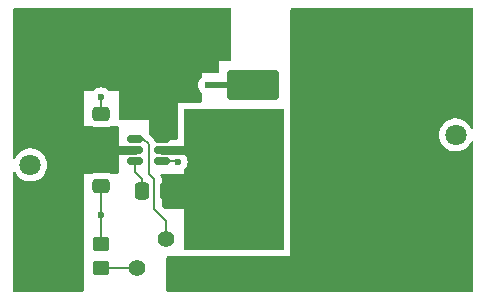
<source format=gtl>
G04 #@! TF.GenerationSoftware,KiCad,Pcbnew,8.0.3*
G04 #@! TF.CreationDate,2024-07-15T18:44:28+02:00*
G04 #@! TF.ProjectId,DCDC,44434443-2e6b-4696-9361-645f70636258,rev?*
G04 #@! TF.SameCoordinates,Original*
G04 #@! TF.FileFunction,Copper,L1,Top*
G04 #@! TF.FilePolarity,Positive*
%FSLAX46Y46*%
G04 Gerber Fmt 4.6, Leading zero omitted, Abs format (unit mm)*
G04 Created by KiCad (PCBNEW 8.0.3) date 2024-07-15 18:44:28*
%MOMM*%
%LPD*%
G01*
G04 APERTURE LIST*
G04 Aperture macros list*
%AMRoundRect*
0 Rectangle with rounded corners*
0 $1 Rounding radius*
0 $2 $3 $4 $5 $6 $7 $8 $9 X,Y pos of 4 corners*
0 Add a 4 corners polygon primitive as box body*
4,1,4,$2,$3,$4,$5,$6,$7,$8,$9,$2,$3,0*
0 Add four circle primitives for the rounded corners*
1,1,$1+$1,$2,$3*
1,1,$1+$1,$4,$5*
1,1,$1+$1,$6,$7*
1,1,$1+$1,$8,$9*
0 Add four rect primitives between the rounded corners*
20,1,$1+$1,$2,$3,$4,$5,0*
20,1,$1+$1,$4,$5,$6,$7,0*
20,1,$1+$1,$6,$7,$8,$9,0*
20,1,$1+$1,$8,$9,$2,$3,0*%
G04 Aperture macros list end*
G04 #@! TA.AperFunction,SMDPad,CuDef*
%ADD10RoundRect,0.150000X0.512500X0.150000X-0.512500X0.150000X-0.512500X-0.150000X0.512500X-0.150000X0*%
G04 #@! TD*
G04 #@! TA.AperFunction,ComponentPad*
%ADD11C,1.400000*%
G04 #@! TD*
G04 #@! TA.AperFunction,SMDPad,CuDef*
%ADD12RoundRect,0.250000X0.450000X-0.350000X0.450000X0.350000X-0.450000X0.350000X-0.450000X-0.350000X0*%
G04 #@! TD*
G04 #@! TA.AperFunction,SMDPad,CuDef*
%ADD13R,3.550000X3.500000*%
G04 #@! TD*
G04 #@! TA.AperFunction,ComponentPad*
%ADD14R,1.800000X1.800000*%
G04 #@! TD*
G04 #@! TA.AperFunction,ComponentPad*
%ADD15C,1.800000*%
G04 #@! TD*
G04 #@! TA.AperFunction,SMDPad,CuDef*
%ADD16RoundRect,0.250000X-0.475000X0.337500X-0.475000X-0.337500X0.475000X-0.337500X0.475000X0.337500X0*%
G04 #@! TD*
G04 #@! TA.AperFunction,SMDPad,CuDef*
%ADD17RoundRect,0.250000X0.475000X-0.337500X0.475000X0.337500X-0.475000X0.337500X-0.475000X-0.337500X0*%
G04 #@! TD*
G04 #@! TA.AperFunction,SMDPad,CuDef*
%ADD18RoundRect,0.250000X1.950000X1.000000X-1.950000X1.000000X-1.950000X-1.000000X1.950000X-1.000000X0*%
G04 #@! TD*
G04 #@! TA.AperFunction,SMDPad,CuDef*
%ADD19RoundRect,0.250000X-0.337500X-0.475000X0.337500X-0.475000X0.337500X0.475000X-0.337500X0.475000X0*%
G04 #@! TD*
G04 #@! TA.AperFunction,ViaPad*
%ADD20C,0.600000*%
G04 #@! TD*
G04 #@! TA.AperFunction,Conductor*
%ADD21C,0.750000*%
G04 #@! TD*
G04 #@! TA.AperFunction,Conductor*
%ADD22C,0.200000*%
G04 #@! TD*
G04 #@! TA.AperFunction,Conductor*
%ADD23C,0.500000*%
G04 #@! TD*
G04 APERTURE END LIST*
D10*
X100767500Y-117355000D03*
X100767500Y-116405000D03*
X100767500Y-115455000D03*
X98492500Y-115455000D03*
X98492500Y-116405000D03*
X98492500Y-117355000D03*
D11*
X103630000Y-126405000D03*
X101130000Y-123905000D03*
X98630000Y-126405000D03*
D12*
X95630000Y-124405000D03*
X95630000Y-126405000D03*
D13*
X108155000Y-122405000D03*
X117105000Y-122405000D03*
D14*
X125630000Y-117675000D03*
D15*
X125630000Y-115135000D03*
D14*
X89630000Y-115135000D03*
D15*
X89630000Y-117675000D03*
D16*
X95630000Y-117367500D03*
X95630000Y-119442500D03*
D17*
X95630000Y-115442500D03*
X95630000Y-113367500D03*
D18*
X116830000Y-110905000D03*
X108430000Y-110905000D03*
D19*
X99092500Y-119905000D03*
X101167500Y-119905000D03*
D20*
X102130000Y-117405000D03*
X104630000Y-110905000D03*
X95630000Y-121905000D03*
X95630000Y-111905000D03*
D21*
X98492500Y-116405000D02*
X96630000Y-116405000D01*
D22*
X95630000Y-113367500D02*
X95630000Y-111905000D01*
X100130000Y-118905000D02*
X100130000Y-121405000D01*
X99630000Y-118405000D02*
X100130000Y-118905000D01*
X100130000Y-121405000D02*
X101130000Y-122405000D01*
X99630000Y-115905000D02*
X99630000Y-118405000D01*
X101130000Y-122405000D02*
X101130000Y-123905000D01*
X99092500Y-118867500D02*
X98492500Y-118267500D01*
X98492500Y-118267500D02*
X98492500Y-117355000D01*
X99092500Y-119905000D02*
X99092500Y-118867500D01*
X102080000Y-117355000D02*
X102130000Y-117405000D01*
X100767500Y-117355000D02*
X102080000Y-117355000D01*
D21*
X100767500Y-116405000D02*
X103130000Y-116405000D01*
D23*
X105630000Y-110905000D02*
X104630000Y-110905000D01*
X108430000Y-110905000D02*
X105630000Y-110905000D01*
D22*
X98630000Y-126405000D02*
X95630000Y-126405000D01*
X99180000Y-115455000D02*
X99630000Y-115905000D01*
X98492500Y-115455000D02*
X99180000Y-115455000D01*
X95630000Y-124405000D02*
X95630000Y-121905000D01*
X95630000Y-121905000D02*
X95630000Y-119442500D01*
G04 #@! TA.AperFunction,Conductor*
G36*
X106573039Y-104425185D02*
G01*
X106618794Y-104477989D01*
X106630000Y-104529500D01*
X106630000Y-108781000D01*
X106610315Y-108848039D01*
X106557511Y-108893794D01*
X106506000Y-108905000D01*
X105630000Y-108905000D01*
X105630000Y-109781000D01*
X105610315Y-109848039D01*
X105557511Y-109893794D01*
X105506000Y-109905000D01*
X104130000Y-109905000D01*
X104130000Y-110221560D01*
X104110315Y-110288599D01*
X104093681Y-110309241D01*
X104000184Y-110402737D01*
X103904211Y-110555476D01*
X103844631Y-110725745D01*
X103844630Y-110725750D01*
X103824435Y-110904996D01*
X103824435Y-110905003D01*
X103844630Y-111084249D01*
X103844631Y-111084254D01*
X103904211Y-111254523D01*
X104000184Y-111407262D01*
X104093681Y-111500759D01*
X104127166Y-111562082D01*
X104130000Y-111588440D01*
X104130000Y-112275500D01*
X104110315Y-112342539D01*
X104057511Y-112388294D01*
X104006000Y-112399500D01*
X102754000Y-112399500D01*
X102753991Y-112399500D01*
X102753990Y-112399501D01*
X102709457Y-112404289D01*
X102696202Y-112405000D01*
X102130000Y-112405000D01*
X102130000Y-112981877D01*
X102128738Y-112999523D01*
X102124500Y-113028998D01*
X102124500Y-115405500D01*
X102104815Y-115472539D01*
X102052011Y-115518294D01*
X102000500Y-115529500D01*
X100681268Y-115529500D01*
X100512133Y-115563143D01*
X100512125Y-115563145D01*
X100435074Y-115595061D01*
X100387621Y-115604500D01*
X100221496Y-115604500D01*
X100154457Y-115584815D01*
X100114108Y-115542499D01*
X100110520Y-115536284D01*
X99998716Y-115424480D01*
X99998715Y-115424479D01*
X99994385Y-115420149D01*
X99994374Y-115420139D01*
X99667590Y-115093355D01*
X99667588Y-115093352D01*
X99666319Y-115092083D01*
X99665863Y-115091249D01*
X99652097Y-115074457D01*
X99652095Y-115074454D01*
X99655465Y-115072206D01*
X99632834Y-115030760D01*
X99630000Y-115004402D01*
X99630000Y-113905000D01*
X97254000Y-113905000D01*
X97186961Y-113885315D01*
X97141206Y-113832511D01*
X97130000Y-113781000D01*
X97130000Y-111405000D01*
X96880000Y-111405000D01*
X96313440Y-111405000D01*
X96246401Y-111385315D01*
X96225759Y-111368681D01*
X96132262Y-111275184D01*
X95979523Y-111179211D01*
X95809254Y-111119631D01*
X95809249Y-111119630D01*
X95630004Y-111099435D01*
X95629996Y-111099435D01*
X95450750Y-111119630D01*
X95450745Y-111119631D01*
X95280476Y-111179211D01*
X95127737Y-111275184D01*
X95034241Y-111368681D01*
X94972918Y-111402166D01*
X94946560Y-111405000D01*
X94130000Y-111405000D01*
X94130000Y-114405000D01*
X94861484Y-114405000D01*
X94900488Y-114411294D01*
X95002203Y-114444999D01*
X95104991Y-114455500D01*
X96155008Y-114455499D01*
X96155016Y-114455498D01*
X96155019Y-114455498D01*
X96211302Y-114449748D01*
X96257797Y-114444999D01*
X96359512Y-114411294D01*
X96398516Y-114405000D01*
X97006000Y-114405000D01*
X97073039Y-114424685D01*
X97118794Y-114477489D01*
X97130000Y-114529000D01*
X97130000Y-118281000D01*
X97110315Y-118348039D01*
X97057511Y-118393794D01*
X97006000Y-118405000D01*
X96398516Y-118405000D01*
X96359512Y-118398706D01*
X96340495Y-118392404D01*
X96257797Y-118365001D01*
X96257795Y-118365000D01*
X96155010Y-118354500D01*
X95104998Y-118354500D01*
X95104980Y-118354501D01*
X95002203Y-118365000D01*
X95002200Y-118365001D01*
X94900488Y-118398706D01*
X94861484Y-118405000D01*
X94130000Y-118405000D01*
X94130000Y-128280500D01*
X94110315Y-128347539D01*
X94057511Y-128393294D01*
X94006000Y-128404500D01*
X88254500Y-128404500D01*
X88187461Y-128384815D01*
X88141706Y-128332011D01*
X88130500Y-128280500D01*
X88130500Y-118334340D01*
X88150185Y-118267301D01*
X88202989Y-118221546D01*
X88272147Y-118211602D01*
X88335703Y-118240627D01*
X88368056Y-118284530D01*
X88394075Y-118343848D01*
X88521016Y-118538147D01*
X88521019Y-118538151D01*
X88521021Y-118538153D01*
X88678216Y-118708913D01*
X88678219Y-118708915D01*
X88678222Y-118708918D01*
X88861365Y-118851464D01*
X88861371Y-118851468D01*
X88861374Y-118851470D01*
X89065497Y-118961936D01*
X89179487Y-119001068D01*
X89285015Y-119037297D01*
X89285017Y-119037297D01*
X89285019Y-119037298D01*
X89513951Y-119075500D01*
X89513952Y-119075500D01*
X89746048Y-119075500D01*
X89746049Y-119075500D01*
X89974981Y-119037298D01*
X90194503Y-118961936D01*
X90398626Y-118851470D01*
X90581784Y-118708913D01*
X90738979Y-118538153D01*
X90865924Y-118343849D01*
X90959157Y-118131300D01*
X91016134Y-117906305D01*
X91035300Y-117675000D01*
X91035300Y-117674993D01*
X91016135Y-117443702D01*
X91016133Y-117443691D01*
X90959157Y-117218699D01*
X90865924Y-117006151D01*
X90738983Y-116811852D01*
X90738980Y-116811849D01*
X90738979Y-116811847D01*
X90581784Y-116641087D01*
X90581779Y-116641083D01*
X90581777Y-116641081D01*
X90398634Y-116498535D01*
X90398628Y-116498531D01*
X90194504Y-116388064D01*
X90194495Y-116388061D01*
X89974984Y-116312702D01*
X89803282Y-116284050D01*
X89746049Y-116274500D01*
X89513951Y-116274500D01*
X89468164Y-116282140D01*
X89285015Y-116312702D01*
X89065504Y-116388061D01*
X89065495Y-116388064D01*
X88861371Y-116498531D01*
X88861365Y-116498535D01*
X88678222Y-116641081D01*
X88678219Y-116641084D01*
X88521016Y-116811852D01*
X88394076Y-117006149D01*
X88368056Y-117065470D01*
X88323099Y-117118955D01*
X88256363Y-117139645D01*
X88189035Y-117120970D01*
X88142492Y-117068859D01*
X88130500Y-117015659D01*
X88130500Y-104529500D01*
X88150185Y-104462461D01*
X88202989Y-104416706D01*
X88254500Y-104405500D01*
X106506000Y-104405500D01*
X106573039Y-104425185D01*
G37*
G04 #@! TD.AperFunction*
G04 #@! TA.AperFunction,Conductor*
G36*
X127072539Y-104425185D02*
G01*
X127118294Y-104477989D01*
X127129500Y-104529500D01*
X127129500Y-114475659D01*
X127109815Y-114542698D01*
X127057011Y-114588453D01*
X126987853Y-114598397D01*
X126924297Y-114569372D01*
X126891944Y-114525470D01*
X126865923Y-114466149D01*
X126738983Y-114271852D01*
X126738980Y-114271849D01*
X126738979Y-114271847D01*
X126581784Y-114101087D01*
X126581779Y-114101083D01*
X126581777Y-114101081D01*
X126398634Y-113958535D01*
X126398628Y-113958531D01*
X126194504Y-113848064D01*
X126194495Y-113848061D01*
X125974984Y-113772702D01*
X125803282Y-113744050D01*
X125746049Y-113734500D01*
X125513951Y-113734500D01*
X125468164Y-113742140D01*
X125285015Y-113772702D01*
X125065504Y-113848061D01*
X125065495Y-113848064D01*
X124861371Y-113958531D01*
X124861365Y-113958535D01*
X124678222Y-114101081D01*
X124678219Y-114101084D01*
X124521016Y-114271852D01*
X124394075Y-114466151D01*
X124300842Y-114678699D01*
X124243866Y-114903691D01*
X124243864Y-114903702D01*
X124224700Y-115134993D01*
X124224700Y-115135006D01*
X124243864Y-115366297D01*
X124243866Y-115366308D01*
X124300842Y-115591300D01*
X124394075Y-115803848D01*
X124521016Y-115998147D01*
X124521019Y-115998151D01*
X124521021Y-115998153D01*
X124678216Y-116168913D01*
X124678219Y-116168915D01*
X124678222Y-116168918D01*
X124861365Y-116311464D01*
X124861371Y-116311468D01*
X124861374Y-116311470D01*
X125065497Y-116421936D01*
X125179487Y-116461068D01*
X125285015Y-116497297D01*
X125285017Y-116497297D01*
X125285019Y-116497298D01*
X125513951Y-116535500D01*
X125513952Y-116535500D01*
X125746048Y-116535500D01*
X125746049Y-116535500D01*
X125974981Y-116497298D01*
X126194503Y-116421936D01*
X126398626Y-116311470D01*
X126581784Y-116168913D01*
X126738979Y-115998153D01*
X126865924Y-115803849D01*
X126891944Y-115744530D01*
X126936900Y-115691044D01*
X127003636Y-115670354D01*
X127070964Y-115689029D01*
X127117507Y-115741139D01*
X127129500Y-115794340D01*
X127129500Y-128280500D01*
X127109815Y-128347539D01*
X127057011Y-128393294D01*
X127005500Y-128404500D01*
X101254000Y-128404500D01*
X101186961Y-128384815D01*
X101141206Y-128332011D01*
X101130000Y-128280500D01*
X101130000Y-125529000D01*
X101149685Y-125461961D01*
X101202489Y-125416206D01*
X101254000Y-125405000D01*
X111630000Y-125405000D01*
X111630000Y-104529500D01*
X111649685Y-104462461D01*
X111702489Y-104416706D01*
X111754000Y-104405500D01*
X127005500Y-104405500D01*
X127072539Y-104425185D01*
G37*
G04 #@! TD.AperFunction*
G04 #@! TA.AperFunction,Conductor*
G36*
X111073039Y-112924685D02*
G01*
X111118794Y-112977489D01*
X111130000Y-113029000D01*
X111130000Y-124781000D01*
X111110315Y-124848039D01*
X111057511Y-124893794D01*
X111006000Y-124905000D01*
X102754000Y-124905000D01*
X102686961Y-124885315D01*
X102641206Y-124832511D01*
X102630000Y-124781000D01*
X102630000Y-121405000D01*
X101030598Y-121405000D01*
X100963559Y-121385315D01*
X100942917Y-121368681D01*
X100766819Y-121192583D01*
X100733334Y-121131260D01*
X100730500Y-121104902D01*
X100730500Y-118994060D01*
X100730501Y-118994047D01*
X100730501Y-118825944D01*
X100730501Y-118825943D01*
X100689577Y-118673216D01*
X100646612Y-118598797D01*
X100630000Y-118536798D01*
X100630000Y-118529000D01*
X100649685Y-118461961D01*
X100702489Y-118416206D01*
X100754000Y-118405000D01*
X102630000Y-118405000D01*
X102630000Y-118088440D01*
X102649685Y-118021401D01*
X102666319Y-118000759D01*
X102759816Y-117907262D01*
X102855789Y-117754522D01*
X102915368Y-117584255D01*
X102935565Y-117405000D01*
X102915368Y-117225745D01*
X102855789Y-117055478D01*
X102759816Y-116902738D01*
X102666319Y-116809241D01*
X102632834Y-116747918D01*
X102630000Y-116721560D01*
X102630000Y-113029000D01*
X102649685Y-112961961D01*
X102702489Y-112916206D01*
X102754000Y-112905000D01*
X111006000Y-112905000D01*
X111073039Y-112924685D01*
G37*
G04 #@! TD.AperFunction*
M02*

</source>
